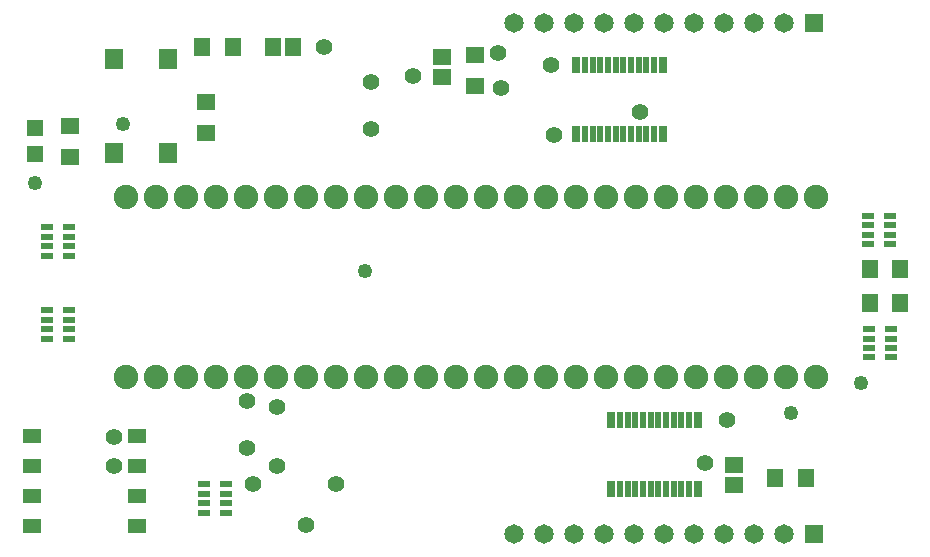
<source format=gts>
G04*
G04 #@! TF.GenerationSoftware,Altium Limited,Altium Designer,20.2.6 (244)*
G04*
G04 Layer_Color=8388736*
%FSLAX25Y25*%
%MOIN*%
G70*
G04*
G04 #@! TF.SameCoordinates,EFAE668D-727F-4ECC-B3F7-511A600DF1C5*
G04*
G04*
G04 #@! TF.FilePolarity,Negative*
G04*
G01*
G75*
%ADD16R,0.02756X0.05709*%
%ADD17R,0.01968X0.05709*%
%ADD18R,0.06378X0.04803*%
%ADD19R,0.05984X0.05197*%
%ADD20R,0.05197X0.05984*%
%ADD21R,0.04213X0.02244*%
%ADD22R,0.05197X0.05197*%
%ADD23R,0.05984X0.06772*%
%ADD24R,0.05394X0.06181*%
%ADD25R,0.06181X0.05394*%
%ADD26C,0.08150*%
%ADD27R,0.06496X0.06496*%
%ADD28C,0.06496*%
%ADD29C,0.05591*%
%ADD30C,0.04921*%
D16*
X192323Y165059D02*
D03*
X221260D02*
D03*
Y142028D02*
D03*
X192323D02*
D03*
X232874Y23917D02*
D03*
X203937D02*
D03*
Y46949D02*
D03*
X232874D02*
D03*
D17*
X195276Y165059D02*
D03*
X197835D02*
D03*
X200394D02*
D03*
X202953D02*
D03*
X205512D02*
D03*
X208071D02*
D03*
X210630D02*
D03*
X213189D02*
D03*
X215748D02*
D03*
X218307D02*
D03*
Y142028D02*
D03*
X215748D02*
D03*
X213189D02*
D03*
X210630D02*
D03*
X208071D02*
D03*
X205512D02*
D03*
X202953D02*
D03*
X200394D02*
D03*
X197835D02*
D03*
X195276D02*
D03*
X229921Y23917D02*
D03*
X227362D02*
D03*
X224803D02*
D03*
X222244D02*
D03*
X219685D02*
D03*
X217126D02*
D03*
X214567D02*
D03*
X212008D02*
D03*
X209449D02*
D03*
X206890D02*
D03*
Y46949D02*
D03*
X209449D02*
D03*
X212008D02*
D03*
X214567D02*
D03*
X217126D02*
D03*
X219685D02*
D03*
X222244D02*
D03*
X224803D02*
D03*
X227362D02*
D03*
X229921D02*
D03*
D18*
X45866Y41496D02*
D03*
Y21496D02*
D03*
Y11496D02*
D03*
X10827D02*
D03*
Y21496D02*
D03*
Y31496D02*
D03*
Y41496D02*
D03*
X45866Y31496D02*
D03*
D19*
X68898Y152756D02*
D03*
Y142520D02*
D03*
X23622Y134646D02*
D03*
Y144882D02*
D03*
X158465Y158268D02*
D03*
Y168504D02*
D03*
D20*
X300394Y85827D02*
D03*
X290158D02*
D03*
X77953Y171260D02*
D03*
X67716D02*
D03*
X300394Y97244D02*
D03*
X290158D02*
D03*
X268898Y27559D02*
D03*
X258661D02*
D03*
D21*
X289665Y114961D02*
D03*
X296949D02*
D03*
Y111811D02*
D03*
Y108661D02*
D03*
Y105512D02*
D03*
X289665Y111811D02*
D03*
Y108661D02*
D03*
Y105512D02*
D03*
X23327Y101575D02*
D03*
X16043D02*
D03*
Y104724D02*
D03*
Y107874D02*
D03*
Y111024D02*
D03*
X23327Y104724D02*
D03*
Y107874D02*
D03*
Y111024D02*
D03*
X289961Y77165D02*
D03*
X297244D02*
D03*
Y74016D02*
D03*
Y70866D02*
D03*
Y67716D02*
D03*
X289961Y74016D02*
D03*
Y70866D02*
D03*
Y67716D02*
D03*
X23327Y74016D02*
D03*
X16043D02*
D03*
Y77165D02*
D03*
Y80315D02*
D03*
Y83465D02*
D03*
X23327Y77165D02*
D03*
Y80315D02*
D03*
Y83465D02*
D03*
X75492Y15945D02*
D03*
X68209D02*
D03*
Y19094D02*
D03*
Y22244D02*
D03*
Y25394D02*
D03*
X75492Y19094D02*
D03*
Y22244D02*
D03*
Y25394D02*
D03*
D22*
X11811Y135433D02*
D03*
Y144095D02*
D03*
D23*
X38386Y167323D02*
D03*
X56102D02*
D03*
Y135827D02*
D03*
X38386D02*
D03*
D24*
X91142Y171260D02*
D03*
X97835D02*
D03*
D25*
X245079Y25197D02*
D03*
Y31890D02*
D03*
X147638Y167717D02*
D03*
Y161024D02*
D03*
D26*
X252284Y121024D02*
D03*
X242284D02*
D03*
X232283D02*
D03*
X222284D02*
D03*
X212283D02*
D03*
X202284D02*
D03*
X192283D02*
D03*
X182283D02*
D03*
X172283D02*
D03*
X162284D02*
D03*
X152284D02*
D03*
X142283D02*
D03*
Y61024D02*
D03*
X152284D02*
D03*
X162284D02*
D03*
X172283D02*
D03*
X182283D02*
D03*
X192283D02*
D03*
X202284D02*
D03*
X212283D02*
D03*
X222284D02*
D03*
X232283D02*
D03*
X242284D02*
D03*
X262283Y121024D02*
D03*
X252284Y61024D02*
D03*
X262283D02*
D03*
X272284Y121024D02*
D03*
Y61024D02*
D03*
X132283Y121024D02*
D03*
Y61024D02*
D03*
X122283Y121024D02*
D03*
X112284D02*
D03*
X102284D02*
D03*
X92283D02*
D03*
X82284D02*
D03*
X72284D02*
D03*
X62283D02*
D03*
X52284D02*
D03*
X42283D02*
D03*
Y61024D02*
D03*
X52284D02*
D03*
X62283D02*
D03*
X72284D02*
D03*
X82284D02*
D03*
X92283D02*
D03*
X102284D02*
D03*
X112284D02*
D03*
X122283D02*
D03*
D27*
X271654Y179134D02*
D03*
Y8858D02*
D03*
D28*
X261653Y179134D02*
D03*
X251654D02*
D03*
X241653D02*
D03*
X231653D02*
D03*
X221654D02*
D03*
X211653D02*
D03*
X201654D02*
D03*
X191654D02*
D03*
X181653D02*
D03*
X171653D02*
D03*
X261653Y8858D02*
D03*
X251654D02*
D03*
X241653D02*
D03*
X231653D02*
D03*
X221654D02*
D03*
X211653D02*
D03*
X201654D02*
D03*
X191654D02*
D03*
X181653D02*
D03*
X171653D02*
D03*
D29*
X184055Y165354D02*
D03*
X185039Y141795D02*
D03*
X213583Y149606D02*
D03*
X137795Y161417D02*
D03*
X167323Y157480D02*
D03*
X166339Y169291D02*
D03*
X235236Y32480D02*
D03*
X84646Y25591D02*
D03*
X102362Y11811D02*
D03*
X112205Y25591D02*
D03*
X38386Y41339D02*
D03*
Y31496D02*
D03*
X92520Y51181D02*
D03*
Y31496D02*
D03*
X108268Y171260D02*
D03*
X82677Y53150D02*
D03*
X242609Y46763D02*
D03*
X82677Y37402D02*
D03*
X124016Y143701D02*
D03*
Y159449D02*
D03*
D30*
X122047Y96457D02*
D03*
X11811Y125984D02*
D03*
X41339Y145669D02*
D03*
X263779Y49213D02*
D03*
X287402Y59055D02*
D03*
M02*

</source>
